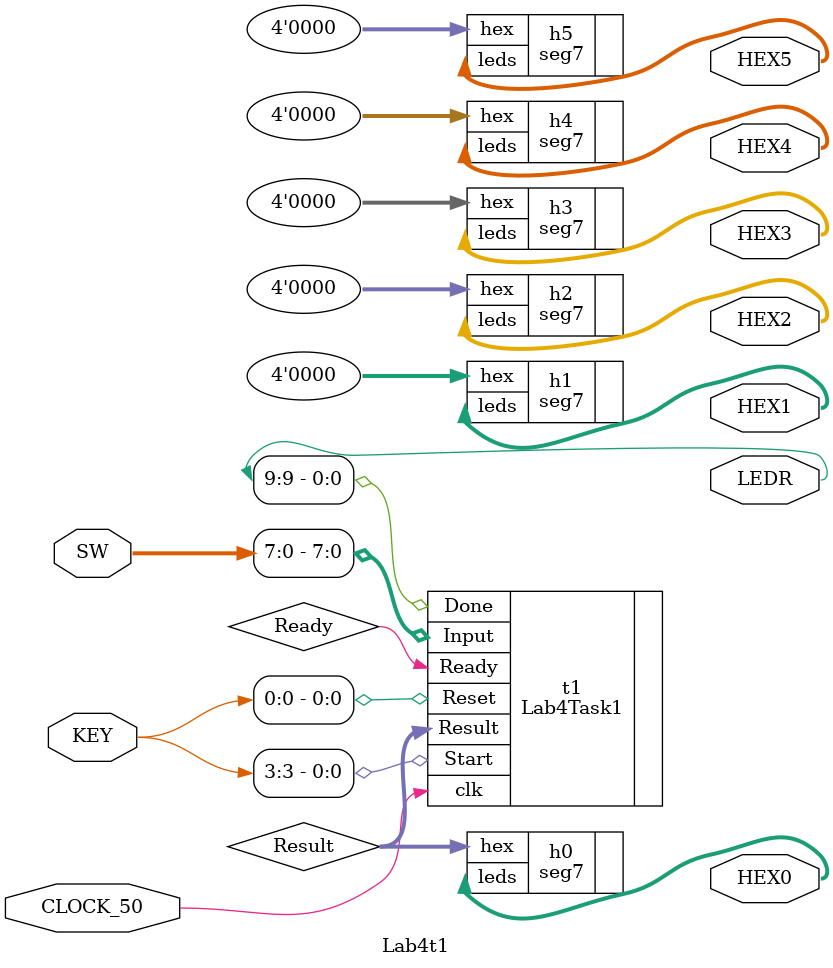
<source format=sv>
module Lab4t1(CLOCK_50, SW, KEY, LEDR, HEX5, HEX4, HEX3, HEX2, HEX1, HEX0);
	input CLOCK_50; // 50 Mhz internal clock
	input [9:0] SW; // 10 external switches
	input [3:0] KEY; // 4 external keys
	output [9:0] LEDR; // 10 built in LEDs
	output [6:0] HEX0, HEX1, HEX2, HEX3, HEX4, HEX5; // 6 Hex displays

	logic Ready;
	logic [3:0] Result;
	
	Lab4Task1 t1 (.Start(KEY[3]), .Reset(KEY[0]), .clk(CLOCK_50), .Input(SW[7:0]), .Ready, .Done(LEDR[9]), .Result);
	
	seg7 h0 (.hex(Result), .leds(HEX0));
	seg7 h1 (.hex(4'b0000), .leds(HEX1));
	seg7 h2 (.hex(4'b0000), .leds(HEX2));
	seg7 h3 (.hex(4'b0000), .leds(HEX3));
	seg7 h4 (.hex(4'b0000), .leds(HEX4));
	seg7 h5 (.hex(4'b0000), .leds(HEX5));
	
endmodule 
</source>
